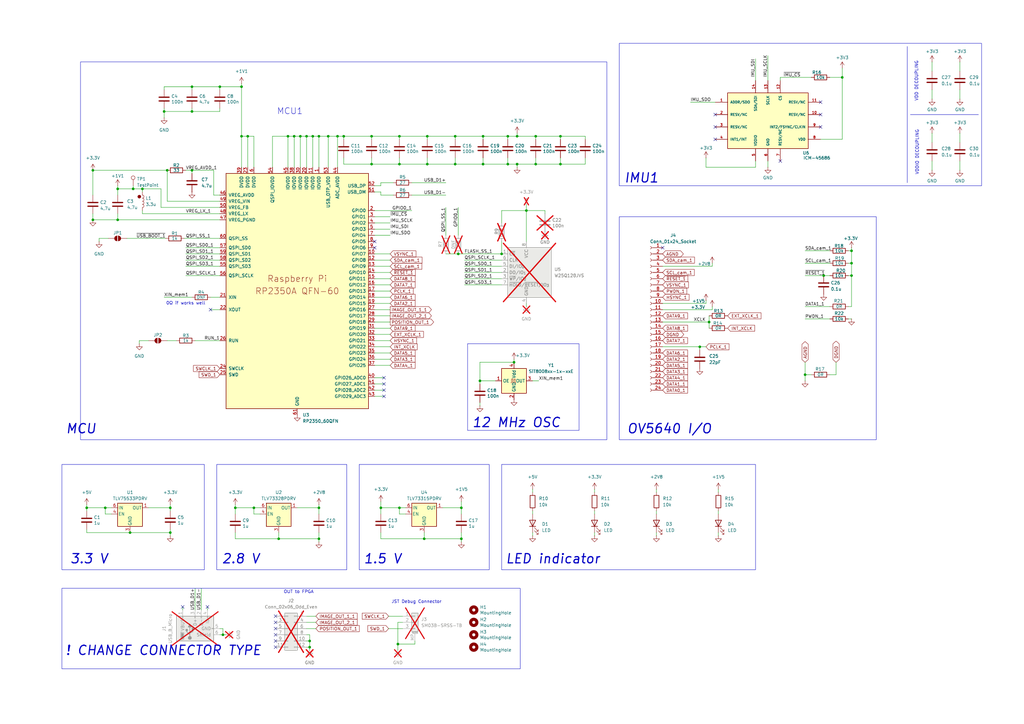
<source format=kicad_sch>
(kicad_sch (version 20250114) (generator "eeschema") (generator_version "9.0")
  (paper "A3")
  (rectangle (start 205.74 190.5) (end 309.88 233.68))
  (rectangle (start 25.4 190.5) (end 83.82 233.68))
  (rectangle (start 88.9 190.5) (end 142.24 233.68))
  (rectangle (start 254 17.78) (end 402.59 76.2))
  (rectangle (start 33.02 25.4) (end 248.92 180.34))
  (rectangle (start 254 88.9) (end 359.41 180.34))
  (rectangle (start 147.32 190.5) (end 200.66 233.68))
  (rectangle (start 25.4 241.3) (end 213.36 274.32))
  (rectangle (start 191.77 140.97) (end 237.49 176.53))
  (circle (center 57.15 80.645) (radius 0.635) (stroke (width 0) (color 132 0 0 1)) (fill (type color) (color 132 0 0 1)))
  (text "0Ω if works well" (at 76.2 124.46 0) (effects (font (size 1.27 1.27))))
  (text "IMU1" (at 263.144 73.152 0) (effects (font (size 3.81 3.81) (thickness 0.4763) (italic yes))))
  (text "3.3 V" (at 36.576 229.362 0) (effects (font (size 3.81 3.81) (thickness 0.4763) (italic yes))))
  (text "MCU" (at 33.274 176.022 0) (effects (font (size 3.81 3.81) (thickness 0.4763) (italic yes))))
  (text "MCU1" (at 113.538 47.244 0) (effects (font (size 2.54 2.54)) (justify left bottom)))
  (text "12 MHz OSC" (at 211.836 173.482 0) (effects (font (size 3.81 3.81) (thickness 0.4763) (italic yes))))
  (text "2.8 V" (at 98.806 229.362 0) (effects (font (size 3.81 3.81) (thickness 0.4763) (italic yes))))
  (text "VDD DECOUPLING" (at 375.92 33.274 90) (effects (font (size 1.27 1.27))))
  (text "LED indicator" (at 226.822 229.362 0) (effects (font (size 3.81 3.81) (thickness 0.4763) (italic yes))))
  (text "1.5 V" (at 156.972 229.362 0) (effects (font (size 3.81 3.81) (thickness 0.4763) (italic yes))))
  (text "VDDIO DECOUPLING" (at 376.174 62.484 90) (effects (font (size 1.27 1.27))))
  (text "OV5640 I/O" (at 274.574 176.022 0) (effects (font (size 3.81 3.81) (thickness 0.4763) (italic yes))))
  (text "! CHANGE CONNECTOR TYPE" (at 67.056 266.954 0) (effects (font (size 3.81 3.81) (thickness 0.4763) (italic yes))))
  (text "JST Debug Connector" (at 160.528 247.65 0) (effects (font (size 1.27 1.27)) (justify left bottom)))
  (text "OUT to FPGA" (at 116.332 243.586 0) (effects (font (size 1.27 1.27)) (justify left bottom)))
  (junction (at 152.4 67.31))
  (junction (at 58.42 77.47))
  (junction (at 54.61 77.47))
  (junction (at 229.87 67.31))
  (junction (at 175.26 67.31))
  (junction (at 330.2 153.67))
  (junction (at 130.81 208.28))
  (junction (at 99.06 35.56))
  (junction (at 78.74 35.56))
  (junction (at 128.27 55.88))
  (junction (at 99.06 55.88))
  (junction (at 337.82 113.03))
  (junction (at 118.11 55.88))
  (junction (at 127 265.43))
  (junction (at 287.02 142.24))
  (junction (at 229.87 55.88))
  (junction (at 198.12 55.88))
  (junction (at 96.52 208.28))
  (junction (at 43.18 208.28))
  (junction (at 219.71 67.31))
  (junction (at 123.19 55.88))
  (junction (at 130.81 220.98))
  (junction (at 69.85 218.44))
  (junction (at 186.69 67.31))
  (junction (at 163.83 208.28))
  (junction (at 53.34 218.44))
  (junction (at 35.56 208.28))
  (junction (at 349.25 113.03))
  (junction (at 198.12 67.31))
  (junction (at 134.62 55.88))
  (junction (at 208.28 55.88))
  (junction (at 345.44 31.75))
  (junction (at 189.23 220.98))
  (junction (at 120.65 55.88))
  (junction (at 189.23 208.28))
  (junction (at 215.9 86.36))
  (junction (at 173.99 220.98))
  (junction (at 48.26 90.17))
  (junction (at 114.3 220.98))
  (junction (at 38.1 69.85))
  (junction (at 78.74 45.72))
  (junction (at 187.96 104.14))
  (junction (at 163.83 55.88))
  (junction (at 175.26 55.88))
  (junction (at 48.26 77.47))
  (junction (at 127 262.89))
  (junction (at 290.83 132.08))
  (junction (at 349.25 102.87))
  (junction (at 163.195 264.16))
  (junction (at 205.74 104.14))
  (junction (at 91.44 260.35))
  (junction (at 210.82 148.59))
  (junction (at 196.85 156.21))
  (junction (at 138.43 55.88))
  (junction (at 349.25 107.95))
  (junction (at 90.17 35.56))
  (junction (at 208.28 67.31))
  (junction (at 130.81 55.88))
  (junction (at 38.1 90.17))
  (junction (at 67.31 45.72))
  (junction (at 152.4 55.88))
  (junction (at 125.73 55.88))
  (junction (at 101.6 55.88))
  (junction (at 186.69 55.88))
  (junction (at 212.09 55.88))
  (junction (at 140.97 55.88))
  (junction (at 78.74 69.85))
  (junction (at 156.21 208.28))
  (junction (at 68.58 69.85))
  (junction (at 104.14 208.28))
  (junction (at 163.83 67.31))
  (junction (at 69.85 208.28))
  (junction (at 219.71 55.88))
  (junction (at 212.09 67.31))
  (no_connect (at 86.36 127))
  (no_connect (at 113.03 265.43))
  (no_connect (at 157.48 154.94))
  (no_connect (at 74.93 248.92))
  (no_connect (at 153.67 101.6))
  (no_connect (at 336.55 41.91))
  (no_connect (at 113.03 257.81))
  (no_connect (at 85.09 248.92))
  (no_connect (at 336.55 46.99))
  (no_connect (at 293.37 46.99))
  (no_connect (at 320.04 66.04))
  (no_connect (at 113.03 262.89))
  (no_connect (at 157.48 160.02))
  (no_connect (at 271.78 101.6))
  (no_connect (at 293.37 52.07))
  (no_connect (at 153.67 99.06))
  (no_connect (at 157.48 162.56))
  (no_connect (at 113.03 255.27))
  (no_connect (at 336.55 52.07))
  (no_connect (at 293.37 57.15))
  (no_connect (at 113.03 260.35))
  (no_connect (at 157.48 157.48))
  (no_connect (at 113.03 252.73))
  (wire (pts (xy 87.63 80.01) (xy 90.17 80.01)))
  (wire (pts (xy 243.84 218.44) (xy 243.84 219.71)))
  (wire (pts (xy 196.85 148.59) (xy 210.82 148.59)))
  (wire (pts (xy 349.25 113.03) (xy 349.25 125.73)))
  (polyline (pts (xy 372.11 19.05) (xy 372.11 74.93)))
  (wire (pts (xy 187.96 85.09) (xy 187.96 96.52)))
  (wire (pts (xy 186.69 64.77) (xy 186.69 67.31)))
  (wire (pts (xy 229.87 55.88) (xy 240.03 55.88)))
  (wire (pts (xy 153.67 162.56) (xy 157.48 162.56)))
  (wire (pts (xy 330.2 130.81) (xy 340.36 130.81)))
  (wire (pts (xy 130.81 207.01) (xy 130.81 208.28)))
  (wire (pts (xy 340.36 113.03) (xy 337.82 113.03)))
  (wire (pts (xy 78.74 69.85) (xy 78.74 71.12)))
  (wire (pts (xy 287.02 142.24) (xy 271.78 142.24)))
  (wire (pts (xy 45.72 210.82) (xy 43.18 210.82)))
  (wire (pts (xy 190.5 106.68) (xy 205.74 106.68)))
  (wire (pts (xy 190.5 111.76) (xy 205.74 111.76)))
  (wire (pts (xy 198.12 57.15) (xy 198.12 55.88)))
  (wire (pts (xy 91.44 260.35) (xy 92.71 260.35)))
  (wire (pts (xy 152.4 67.31) (xy 140.97 67.31)))
  (wire (pts (xy 68.58 82.55) (xy 90.17 82.55)))
  (wire (pts (xy 69.85 218.44) (xy 69.85 219.71)))
  (wire (pts (xy 90.17 45.72) (xy 90.17 44.45)))
  (wire (pts (xy 53.34 218.44) (xy 69.85 218.44)))
  (wire (pts (xy 99.06 34.29) (xy 99.06 35.56)))
  (wire (pts (xy 78.74 45.72) (xy 90.17 45.72)))
  (wire (pts (xy 215.9 83.82) (xy 215.9 86.36)))
  (wire (pts (xy 67.31 121.92) (xy 78.74 121.92)))
  (wire (pts (xy 337.82 113.03) (xy 330.2 113.03)))
  (wire (pts (xy 320.04 31.75) (xy 332.74 31.75)))
  (wire (pts (xy 189.23 220.98) (xy 189.23 222.25)))
  (wire (pts (xy 196.85 156.21) (xy 196.85 157.48)))
  (wire (pts (xy 218.44 218.44) (xy 218.44 219.71)))
  (wire (pts (xy 66.04 77.47) (xy 58.42 77.47)))
  (wire (pts (xy 189.23 208.28) (xy 189.23 205.74)))
  (wire (pts (xy 125.73 252.73) (xy 129.54 252.73)))
  (wire (pts (xy 153.67 154.94) (xy 157.48 154.94)))
  (wire (pts (xy 78.74 35.56) (xy 90.17 35.56)))
  (wire (pts (xy 153.67 160.02) (xy 157.48 160.02)))
  (wire (pts (xy 67.31 44.45) (xy 67.31 45.72)))
  (wire (pts (xy 96.52 207.01) (xy 96.52 208.28)))
  (wire (pts (xy 156.21 208.28) (xy 163.83 208.28)))
  (wire (pts (xy 85.09 248.92) (xy 85.09 250.19)))
  (wire (pts (xy 243.84 200.66) (xy 243.84 201.93)))
  (wire (pts (xy 86.36 121.92) (xy 90.17 121.92)))
  (wire (pts (xy 153.67 106.68) (xy 160.02 106.68)))
  (wire (pts (xy 76.2 106.68) (xy 90.17 106.68)))
  (wire (pts (xy 173.99 218.44) (xy 173.99 220.98)))
  (wire (pts (xy 190.5 114.3) (xy 205.74 114.3)))
  (wire (pts (xy 218.44 209.55) (xy 218.44 210.82)))
  (wire (pts (xy 90.17 257.81) (xy 91.44 257.81)))
  (wire (pts (xy 153.67 132.08) (xy 160.02 132.08)))
  (wire (pts (xy 269.24 200.66) (xy 269.24 201.93)))
  (wire (pts (xy 153.67 157.48) (xy 157.48 157.48)))
  (wire (pts (xy 127 262.89) (xy 127 265.43)))
  (wire (pts (xy 153.67 86.36) (xy 168.91 86.36)))
  (wire (pts (xy 223.52 87.63) (xy 223.52 86.36)))
  (wire (pts (xy 140.97 57.15) (xy 140.97 55.88)))
  (wire (pts (xy 125.73 255.27) (xy 129.54 255.27)))
  (wire (pts (xy 205.74 91.44) (xy 205.74 86.36)))
  (wire (pts (xy 67.31 36.83) (xy 67.31 35.56)))
  (wire (pts (xy 170.18 262.89) (xy 170.18 264.16)))
  (wire (pts (xy 74.93 250.19) (xy 74.93 248.92)))
  (wire (pts (xy 342.9 148.59) (xy 342.9 153.67)))
  (wire (pts (xy 294.64 200.66) (xy 294.64 201.93)))
  (wire (pts (xy 393.7 54.61) (xy 393.7 58.42)))
  (wire (pts (xy 54.61 76.2) (xy 54.61 77.47)))
  (wire (pts (xy 271.78 132.08) (xy 290.83 132.08)))
  (wire (pts (xy 175.26 55.88) (xy 186.69 55.88)))
  (wire (pts (xy 114.3 218.44) (xy 114.3 220.98)))
  (wire (pts (xy 163.195 264.16) (xy 170.18 264.16)))
  (wire (pts (xy 186.69 67.31) (xy 198.12 67.31)))
  (wire (pts (xy 134.62 68.58) (xy 134.62 55.88)))
  (wire (pts (xy 271.78 124.46) (xy 289.56 124.46)))
  (wire (pts (xy 76.2 101.6) (xy 90.17 101.6)))
  (wire (pts (xy 159.385 257.81) (xy 165.1 257.81)))
  (wire (pts (xy 125.73 260.35) (xy 127 260.35)))
  (wire (pts (xy 330.2 153.67) (xy 332.74 153.67)))
  (wire (pts (xy 127 265.43) (xy 127 266.7)))
  (wire (pts (xy 163.195 255.27) (xy 163.195 264.16)))
  (wire (pts (xy 96.52 208.28) (xy 96.52 210.82)))
  (wire (pts (xy 90.17 97.79) (xy 75.565 97.79)))
  (wire (pts (xy 153.67 119.38) (xy 160.02 119.38)))
  (wire (pts (xy 140.97 55.88) (xy 138.43 55.88)))
  (wire (pts (xy 125.73 257.81) (xy 129.54 257.81)))
  (wire (pts (xy 314.96 66.04) (xy 314.96 68.58)))
  (wire (pts (xy 166.37 210.82) (xy 163.83 210.82)))
  (wire (pts (xy 156.21 76.2) (xy 153.67 76.2)))
  (wire (pts (xy 67.31 45.72) (xy 78.74 45.72)))
  (wire (pts (xy 219.71 55.88) (xy 229.87 55.88)))
  (wire (pts (xy 40.64 97.79) (xy 44.45 97.79)))
  (wire (pts (xy 130.81 220.98) (xy 114.3 220.98)))
  (wire (pts (xy 152.4 55.88) (xy 163.83 55.88)))
  (wire (pts (xy 289.56 64.77) (xy 289.56 68.58)))
  (wire (pts (xy 96.52 208.28) (xy 104.14 208.28)))
  (wire (pts (xy 153.67 129.54) (xy 160.02 129.54)))
  (wire (pts (xy 294.64 218.44) (xy 294.64 219.71)))
  (wire (pts (xy 38.1 87.63) (xy 38.1 90.17)))
  (wire (pts (xy 123.19 68.58) (xy 123.19 55.88)))
  (wire (pts (xy 80.01 139.7) (xy 90.17 139.7)))
  (wire (pts (xy 294.64 209.55) (xy 294.64 210.82)))
  (wire (pts (xy 114.3 220.98) (xy 96.52 220.98)))
  (wire (pts (xy 175.26 57.15) (xy 175.26 55.88)))
  (wire (pts (xy 101.6 55.88) (xy 99.06 55.88)))
  (wire (pts (xy 138.43 55.88) (xy 138.43 68.58)))
  (polyline (pts (xy 373.38 46.99) (xy 401.32 46.99)))
  (wire (pts (xy 156.21 74.93) (xy 156.21 76.2)))
  (wire (pts (xy 208.28 67.31) (xy 212.09 67.31)))
  (wire (pts (xy 198.12 64.77) (xy 198.12 67.31)))
  (wire (pts (xy 349.25 101.6) (xy 349.25 102.87)))
  (wire (pts (xy 349.25 107.95) (xy 349.25 113.03)))
  (wire (pts (xy 35.56 208.28) (xy 43.18 208.28)))
  (wire (pts (xy 35.56 218.44) (xy 53.34 218.44)))
  (wire (pts (xy 130.81 220.98) (xy 130.81 222.25)))
  (wire (pts (xy 67.31 45.72) (xy 67.31 48.26)))
  (wire (pts (xy 156.21 78.74) (xy 153.67 78.74)))
  (wire (pts (xy 60.96 139.7) (xy 57.15 139.7)))
  (wire (pts (xy 175.26 67.31) (xy 186.69 67.31)))
  (wire (pts (xy 292.1 125.73) (xy 292.1 127)))
  (wire (pts (xy 340.36 31.75) (xy 345.44 31.75)))
  (wire (pts (xy 153.67 124.46) (xy 160.02 124.46)))
  (wire (pts (xy 58.42 77.47) (xy 58.42 78.74)))
  (wire (pts (xy 340.36 107.95) (xy 330.2 107.95)))
  (wire (pts (xy 125.73 55.88) (xy 128.27 55.88)))
  (wire (pts (xy 196.85 156.21) (xy 196.85 148.59)))
  (wire (pts (xy 156.21 80.01) (xy 161.29 80.01)))
  (wire (pts (xy 223.52 86.36) (xy 215.9 86.36)))
  (wire (pts (xy 82.55 250.19) (xy 82.55 241.3)))
  (wire (pts (xy 66.04 85.09) (xy 66.04 77.47)))
  (wire (pts (xy 212.09 67.31) (xy 219.71 67.31)))
  (wire (pts (xy 269.24 218.44) (xy 269.24 219.71)))
  (wire (pts (xy 125.73 68.58) (xy 125.73 55.88)))
  (wire (pts (xy 48.26 90.17) (xy 90.17 90.17)))
  (wire (pts (xy 104.14 55.88) (xy 104.14 68.58)))
  (wire (pts (xy 219.71 67.31) (xy 229.87 67.31)))
  (wire (pts (xy 156.21 218.44) (xy 156.21 220.98)))
  (wire (pts (xy 314.96 22.86) (xy 314.96 33.02)))
  (wire (pts (xy 58.42 87.63) (xy 58.42 86.36)))
  (wire (pts (xy 186.69 55.88) (xy 198.12 55.88)))
  (wire (pts (xy 76.2 69.85) (xy 78.74 69.85)))
  (wire (pts (xy 290.83 132.08) (xy 290.83 134.62)))
  (wire (pts (xy 130.81 55.88) (xy 130.81 68.58)))
  (wire (pts (xy 90.17 36.83) (xy 90.17 35.56)))
  (wire (pts (xy 58.42 87.63) (xy 90.17 87.63)))
  (wire (pts (xy 140.97 55.88) (xy 152.4 55.88)))
  (wire (pts (xy 190.5 116.84) (xy 205.74 116.84)))
  (wire (pts (xy 153.67 134.62) (xy 160.02 134.62)))
  (wire (pts (xy 349.25 107.95) (xy 347.98 107.95)))
  (wire (pts (xy 229.87 57.15) (xy 229.87 55.88)))
  (wire (pts (xy 152.4 64.77) (xy 152.4 67.31)))
  (wire (pts (xy 330.2 148.59) (xy 330.2 153.67)))
  (wire (pts (xy 153.67 147.32) (xy 160.02 147.32)))
  (wire (pts (xy 229.87 67.31) (xy 240.03 67.31)))
  (wire (pts (xy 121.92 208.28) (xy 130.81 208.28)))
  (wire (pts (xy 48.26 80.01) (xy 48.26 77.47)))
  (wire (pts (xy 156.21 80.01) (xy 156.21 78.74)))
  (wire (pts (xy 168.91 74.93) (xy 182.88 74.93)))
  (wire (pts (xy 289.56 142.24) (xy 287.02 142.24)))
  (wire (pts (xy 208.28 55.88) (xy 208.28 57.15)))
  (wire (pts (xy 35.56 217.17) (xy 35.56 218.44)))
  (wire (pts (xy 156.21 74.93) (xy 161.29 74.93)))
  (wire (pts (xy 271.78 127) (xy 292.1 127)))
  (wire (pts (xy 104.14 208.28) (xy 106.68 208.28)))
  (wire (pts (xy 382.27 54.61) (xy 382.27 58.42)))
  (wire (pts (xy 134.62 55.88) (xy 138.43 55.88)))
  (wire (pts (xy 229.87 67.31) (xy 229.87 64.77)))
  (wire (pts (xy 243.84 209.55) (xy 243.84 210.82)))
  (wire (pts (xy 87.63 69.85) (xy 87.63 80.01)))
  (wire (pts (xy 120.65 68.58) (xy 120.65 55.88)))
  (wire (pts (xy 189.23 218.44) (xy 189.23 220.98)))
  (wire (pts (xy 330.2 153.67) (xy 330.2 156.21)))
  (wire (pts (xy 382.27 36.83) (xy 382.27 40.64)))
  (wire (pts (xy 153.67 149.86) (xy 160.02 149.86)))
  (wire (pts (xy 68.58 69.85) (xy 68.58 82.55)))
  (wire (pts (xy 165.1 255.27) (xy 163.195 255.27)))
  (wire (pts (xy 330.2 125.73) (xy 340.36 125.73)))
  (wire (pts (xy 219.71 64.77) (xy 219.71 67.31)))
  (wire (pts (xy 287.02 142.24) (xy 287.02 143.51)))
  (wire (pts (xy 163.195 264.16) (xy 163.195 266.7)))
  (wire (pts (xy 90.17 85.09) (xy 66.04 85.09)))
  (wire (pts (xy 196.85 165.1) (xy 196.85 166.37)))
  (wire (pts (xy 163.83 64.77) (xy 163.83 67.31)))
  (wire (pts (xy 99.06 55.88) (xy 99.06 68.58)))
  (wire (pts (xy 52.07 97.79) (xy 67.945 97.79)))
  (wire (pts (xy 218.44 200.66) (xy 218.44 201.93)))
  (wire (pts (xy 347.98 102.87) (xy 349.25 102.87)))
  (wire (pts (xy 38.1 90.17) (xy 48.26 90.17)))
  (wire (pts (xy 186.69 57.15) (xy 186.69 55.88)))
  (wire (pts (xy 156.21 220.98) (xy 173.99 220.98)))
  (wire (pts (xy 91.44 257.81) (xy 91.44 260.35)))
  (wire (pts (xy 345.44 57.15) (xy 345.44 31.75)))
  (wire (pts (xy 156.21 208.28) (xy 156.21 210.82)))
  (wire (pts (xy 208.28 55.88) (xy 212.09 55.88)))
  (wire (pts (xy 163.83 208.28) (xy 166.37 208.28)))
  (wire (pts (xy 127 260.35) (xy 127 262.89)))
  (wire (pts (xy 111.76 55.88) (xy 118.11 55.88)))
  (wire (pts (xy 118.11 68.58) (xy 118.11 55.88)))
  (wire (pts (xy 69.85 207.01) (xy 69.85 208.28)))
  (wire (pts (xy 181.61 208.28) (xy 189.23 208.28)))
  (wire (pts (xy 198.12 55.88) (xy 208.28 55.88)))
  (wire (pts (xy 60.96 208.28) (xy 69.85 208.28)))
  (wire (pts (xy 54.61 77.47) (xy 58.42 77.47)))
  (wire (pts (xy 153.67 93.98) (xy 160.02 93.98)))
  (wire (pts (xy 128.27 68.58) (xy 128.27 55.88)))
  (wire (pts (xy 290.83 129.54) (xy 290.83 132.08)))
  (wire (pts (xy 153.67 116.84) (xy 160.02 116.84)))
  (wire (pts (xy 212.09 67.31) (xy 212.09 68.58)))
  (wire (pts (xy 120.65 55.88) (xy 123.19 55.88)))
  (wire (pts (xy 208.28 64.77) (xy 208.28 67.31)))
  (wire (pts (xy 152.4 67.31) (xy 163.83 67.31)))
  (wire (pts (xy 78.74 36.83) (xy 78.74 35.56)))
  (wire (pts (xy 163.83 57.15) (xy 163.83 55.88)))
  (wire (pts (xy 153.67 88.9) (xy 160.02 88.9)))
  (wire (pts (xy 101.6 68.58) (xy 101.6 55.88)))
  (wire (pts (xy 76.2 104.14) (xy 90.17 104.14)))
  (wire (pts (xy 240.03 57.15) (xy 240.03 55.88)))
  (wire (pts (xy 69.85 217.17) (xy 69.85 218.44)))
  (wire (pts (xy 219.71 57.15) (xy 219.71 55.88)))
  (wire (pts (xy 96.52 218.44) (xy 96.52 220.98)))
  (wire (pts (xy 78.74 69.85) (xy 87.63 69.85)))
  (wire (pts (xy 40.64 99.06) (xy 40.64 97.79)))
  (wire (pts (xy 215.9 86.36) (xy 215.9 99.06)))
  (wire (pts (xy 168.91 80.01) (xy 182.88 80.01)))
  (wire (pts (xy 130.81 218.44) (xy 130.81 220.98)))
  (wire (pts (xy 205.74 109.22) (xy 190.5 109.22)))
  (wire (pts (xy 309.88 66.04) (xy 309.88 68.58)))
  (wire (pts (xy 76.2 109.22) (xy 90.17 109.22)))
  (wire (pts (xy 118.11 55.88) (xy 120.65 55.88)))
  (wire (pts (xy 38.1 69.85) (xy 38.1 80.01)))
  (wire (pts (xy 86.36 127) (xy 90.17 127)))
  (wire (pts (xy 218.44 156.21) (xy 220.98 156.21)))
  (wire (pts (xy 309.88 24.13) (xy 309.88 33.02)))
  (wire (pts (xy 153.67 121.92) (xy 160.02 121.92)))
  (wire (pts (xy 123.19 55.88) (xy 125.73 55.88)))
  (wire (pts (xy 153.67 139.7) (xy 160.02 139.7)))
  (wire (pts (xy 153.67 111.76) (xy 160.02 111.76)))
  (wire (pts (xy 215.9 125.73) (xy 215.9 124.46)))
  (wire (pts (xy 382.27 66.04) (xy 382.27 69.85)))
  (wire (pts (xy 347.98 125.73) (xy 349.25 125.73)))
  (wire (pts (xy 153.67 137.16) (xy 160.02 137.16)))
  (wire (pts (xy 182.88 85.09) (xy 182.88 96.52)))
  (wire (pts (xy 393.7 25.4) (xy 393.7 29.21)))
  (wire (pts (xy 153.67 127) (xy 160.02 127)))
  (wire (pts (xy 99.06 35.56) (xy 99.06 55.88)))
  (wire (pts (xy 196.85 156.21) (xy 203.2 156.21)))
  (wire (pts (xy 80.01 250.19) (xy 80.01 241.3)))
  (wire (pts (xy 140.97 64.77) (xy 140.97 67.31)))
  (wire (pts (xy 283.21 41.91) (xy 293.37 41.91)))
  (wire (pts (xy 48.26 87.63) (xy 48.26 90.17)))
  (wire (pts (xy 125.73 265.43) (xy 127 265.43)))
  (wire (pts (xy 182.88 104.14) (xy 187.96 104.14)))
  (wire (pts (xy 345.44 27.94) (xy 345.44 31.75)))
  (wire (pts (xy 156.21 205.74) (xy 156.21 208.28)))
  (wire (pts (xy 198.12 67.31) (xy 208.28 67.31)))
  (wire (pts (xy 78.74 44.45) (xy 78.74 45.72)))
  (wire (pts (xy 128.27 55.88) (xy 130.81 55.88)))
  (wire (pts (xy 289.56 123.19) (xy 289.56 124.46)))
  (wire (pts (xy 205.74 99.06) (xy 205.74 104.14)))
  (wire (pts (xy 38.1 69.85) (xy 68.58 69.85)))
  (wire (pts (xy 125.73 262.89) (xy 127 262.89)))
  (wire (pts (xy 320.04 31.75) (xy 320.04 33.02)))
  (wire (pts (xy 153.67 109.22) (xy 160.02 109.22)))
  (wire (pts (xy 68.58 139.7) (xy 72.39 139.7)))
  (wire (pts (xy 153.67 91.44) (xy 160.02 91.44)))
  (wire (pts (xy 153.67 142.24) (xy 160.02 142.24)))
  (wire (pts (xy 347.98 113.03) (xy 349.25 113.03)))
  (wire (pts (xy 90.17 35.56) (xy 99.06 35.56)))
  (wire (pts (xy 336.55 57.15) (xy 345.44 57.15)))
  (wire (pts (xy 393.7 66.04) (xy 393.7 69.85)))
  (wire (pts (xy 48.26 76.2) (xy 48.26 77.47)))
  (wire (pts (xy 48.26 77.47) (xy 54.61 77.47)))
  (wire (pts (xy 349.25 102.87) (xy 349.25 107.95)))
  (wire (pts (xy 130.81 208.28) (xy 130.81 210.82)))
  (wire (pts (xy 152.4 57.15) (xy 152.4 55.88)))
  (wire (pts (xy 271.78 109.22) (xy 292.1 109.22)))
  (wire (pts (xy 159.385 252.73) (xy 165.1 252.73)))
  (wire (pts (xy 153.67 96.52) (xy 160.02 96.52)))
  (wire (pts (xy 212.09 54.61) (xy 212.09 55.88)))
  (wire (pts (xy 130.81 55.88) (xy 134.62 55.88)))
  (wire (pts (xy 212.09 55.88) (xy 219.71 55.88)))
  (wire (pts (xy 43.18 210.82) (xy 43.18 208.28)))
  (wire (pts (xy 393.7 36.83) (xy 393.7 40.64)))
  (wire (pts (xy 45.72 208.28) (xy 43.18 208.28)))
  (wire (pts (xy 292.1 107.95) (xy 292.1 109.22)))
  (wire (pts (xy 189.23 220.98) (xy 173.99 220.98)))
  (wire (pts (xy 69.85 208.28) (xy 69.85 209.55)))
  (wire (pts (xy 67.31 35.56) (xy 78.74 35.56)))
  (wire (pts (xy 349.25 130.81) (xy 347.98 130.81)))
  (wire (pts (xy 101.6 55.88) (xy 104.14 55.88)))
  (wire (pts (xy 104.14 210.82) (xy 104.14 208.28)))
  (wire (pts (xy 153.67 104.14) (xy 160.02 104.14)))
  (wire (pts (xy 35.56 207.01) (xy 35.56 208.28)))
  (wire (pts (xy 35.56 209.55) (xy 35.56 208.28)))
  (wire (pts (xy 205.74 86.36) (xy 215.9 86.36)))
  (wire (pts (xy 240.03 64.77) (xy 240.03 67.31)))
  (wire (pts (xy 111.76 68.58) (xy 111.76 55.88)))
  (wire (pts (xy 90.17 260.35) (xy 91.44 260.35)))
  (wire (pts (xy 90.17 113.03) (xy 76.2 113.03)))
  (wire (pts (xy 163.83 210.82) (xy 163.83 208.28)))
  (wire (pts (xy 309.88 68.58) (xy 289.56 68.58)))
  (wire (pts (xy 210.82 147.32) (xy 210.82 148.59)))
  (wire (pts (xy 269.24 209.55) (xy 269.24 210.82)))
  (wire (pts (xy 382.27 25.4) (xy 382.27 29.21)))
  (wire (pts (xy 106.68 210.82) (xy 104.14 210.82)))
  (wire (pts (xy 153.67 144.78) (xy 160.02 144.78)))
  (wire (pts (xy 189.23 208.28) (xy 189.23 210.82)))
  (wire (pts (xy 163.83 67.31) (xy 175.26 67.31)))
  (wire (pts (xy 163.83 55.88) (xy 175.26 55.88)))
  (wire (pts (xy 187.96 104.14) (xy 205.74 104.14)))
  (wire (pts (xy 175.26 64.77) (xy 175.26 67.31)))
  (wire (pts (xy 153.67 114.3) (xy 160.02 114.3)))
  (wire (pts (xy 330.2 102.87) (xy 340.36 102.87)))
  (wire (pts (xy 57.15 139.7) (xy 57.15 140.97)))
  (wire (pts (xy 340.36 153.67) (xy 342.9 153.67)))
  (label "QSPI_SD3_1" (at 76.2 109.22 0))
  (label "GPIO0_1" (at 168.91 86.36 180))
  (label "RUN_1" (at 83.82 139.7 0))
  (label "USB_D1-" (at 82.55 241.3 270))
  (label "XIN_mem1" (at 67.31 121.92 0))
  (label "~{IMU_CS}" (at 160.02 88.9 0))
  (label "QSPI_SD1_1" (at 190.5 111.76 0))
  (label "IMU_SCLK" (at 314.96 31.75 90))
  (label "QSPI_SD0_1" (at 76.2 101.6 0))
  (label "QSPI_SD2_1" (at 76.2 106.68 0))
  (label "GPIO0_1" (at 187.96 85.09 270))
  (label "~{IMU_CS}" (at 321.31 31.75 0))
  (label "QSPI_SD0_1" (at 190.5 109.22 0))
  (label "QSPI_SD2_1" (at 190.5 114.3 0))
  (label "USB_D1-" (at 182.88 80.01 180))
  (label "USB_D1+" (at 182.88 74.93 180))
  (label "VREG_AVDD_1" (at 76.2 69.85 0))
  (label "IMU_SDO" (at 283.21 41.91 0))
  (label "QSPI_SCLK_1" (at 190.5 106.68 0))
  (label "DATA1_1" (at 330.2 125.73 0))
  (label "FLASH_SS_1" (at 190.5 104.14 0))
  (label "QSPI_SS_1" (at 76.2 97.79 0))
  (label "~{USB_BOOT_1}" (at 55.88 97.79 0))
  (label "PWDN_1" (at 330.2 130.81 0))
  (label "VREG_LX_1" (at 76.2 87.63 0))
  (label "IMU_SDI" (at 160.02 93.98 0))
  (label "IMU_SCLK" (at 160.02 91.44 0))
  (label "~{RESET_1}" (at 330.2 113.03 0))
  (label "QSPI_SD3_1" (at 190.5 116.84 0))
  (label "SDA_cam_1" (at 330.2 102.87 0))
  (label "QSPI_SD1_1" (at 76.2 104.14 0))
  (label "QSPI_SCLK_1" (at 76.2 113.03 0))
  (label "QSPI_SS_1" (at 182.88 85.09 270))
  (label "IMU_SDO" (at 160.02 96.52 0))
  (label "XIN_mem1" (at 220.98 156.21 0))
  (label "USB_D1+" (at 80.01 241.3 270))
  (label "XCLK" (at 284.48 132.08 0))
  (label "SCL_cam_1" (at 330.2 107.95 0))
  (label "IMU_SDI" (at 309.88 31.75 90))
  (global_label "HSYNC_1" (shape input) (at 271.78 121.92 0) (property "Intersheetrefs" "${INTERSHEET_REFS}" (effects (hide yes))))
  (global_label "AGND" (shape bidirectional) (at 271.78 104.14 0) (property "Intersheetrefs" "${INTERSHEET_REFS}" (effects (hide yes))))
  (global_label "IMAGE_OUT_2_1" (shape output) (at 160.02 129.54 0) (property "Intersheetrefs" "${INTERSHEET_REFS}" (effects (hide yes))))
  (global_label "DATA6_1" (shape input) (at 160.02 121.92 0) (property "Intersheetrefs" "${INTERSHEET_REFS}" (effects (hide yes))))
  (global_label "DATA5_1" (shape input) (at 271.78 149.86 0) (property "Intersheetrefs" "${INTERSHEET_REFS}" (effects (hide yes))))
  (global_label "DATA2_1" (shape input) (at 271.78 147.32 0) (property "Intersheetrefs" "${INTERSHEET_REFS}" (effects (hide yes))))
  (global_label "~{RESET_1}" (shape input) (at 160.02 111.76 0) (property "Intersheetrefs" "${INTERSHEET_REFS}" (effects (hide yes))))
  (global_label "SWCLK_1" (shape input) (at 159.385 252.73 180) (property "Intersheetrefs" "${INTERSHEET_REFS}" (effects (hide yes))))
  (global_label "PCLK_1" (shape input) (at 289.56 142.24 0) (property "Intersheetrefs" "${INTERSHEET_REFS}" (effects (hide yes))))
  (global_label "SWCLK_1" (shape input) (at 90.17 151.13 180) (property "Intersheetrefs" "${INTERSHEET_REFS}" (effects (hide yes))))
  (global_label "IMAGE_OUT_1_1" (shape output) (at 160.02 127 0) (property "Intersheetrefs" "${INTERSHEET_REFS}" (effects (hide yes))))
  (global_label "SDA_cam_1" (shape input) (at 271.78 106.68 0) (property "Intersheetrefs" "${INTERSHEET_REFS}" (effects (hide yes))))
  (global_label "INT_XCLK" (shape input) (at 298.45 134.62 0) (property "Intersheetrefs" "${INTERSHEET_REFS}" (effects (hide yes))))
  (global_label "DATA2_1" (shape input) (at 160.02 124.46 0) (property "Intersheetrefs" "${INTERSHEET_REFS}" (effects (hide yes))))
  (global_label "DATA9_1" (shape input) (at 271.78 129.54 0) (property "Intersheetrefs" "${INTERSHEET_REFS}" (effects (hide yes))))
  (global_label "DATA7_1" (shape input) (at 160.02 116.84 0) (property "Intersheetrefs" "${INTERSHEET_REFS}" (effects (hide yes))))
  (global_label "POSITION_OUT_1" (shape output) (at 160.02 132.08 0) (property "Intersheetrefs" "${INTERSHEET_REFS}" (effects (hide yes))))
  (global_label "DATA3_1" (shape input) (at 160.02 147.32 0) (property "Intersheetrefs" "${INTERSHEET_REFS}" (effects (hide yes))))
  (global_label "SWD_1" (shape input) (at 159.385 257.81 180) (property "Intersheetrefs" "${INTERSHEET_REFS}" (effects (hide yes))))
  (global_label "SDA_cam_1" (shape input) (at 160.02 106.68 0) (property "Intersheetrefs" "${INTERSHEET_REFS}" (effects (hide yes))))
  (global_label "IMAGE_OUT_2_1" (shape input) (at 129.54 255.27 0) (property "Intersheetrefs" "${INTERSHEET_REFS}" (effects (hide yes))))
  (global_label "DATA5_1" (shape input) (at 160.02 144.78 0) (property "Intersheetrefs" "${INTERSHEET_REFS}" (effects (hide yes))))
  (global_label "DATA9_1" (shape input) (at 160.02 134.62 0) (property "Intersheetrefs" "${INTERSHEET_REFS}" (effects (hide yes))))
  (global_label "INT_XCLK" (shape input) (at 160.02 142.24 0) (property "Intersheetrefs" "${INTERSHEET_REFS}" (effects (hide yes))))
  (global_label "DATA4_1" (shape input) (at 271.78 154.94 0) (property "Intersheetrefs" "${INTERSHEET_REFS}" (effects (hide yes))))
  (global_label "PWDN_1" (shape input) (at 271.78 119.38 0) (property "Intersheetrefs" "${INTERSHEET_REFS}" (effects (hide yes))))
  (global_label "VSYNC_1" (shape input) (at 160.02 104.14 0) (property "Intersheetrefs" "${INTERSHEET_REFS}" (effects (hide yes))))
  (global_label "DATA7_1" (shape input) (at 271.78 139.7 0) (property "Intersheetrefs" "${INTERSHEET_REFS}" (effects (hide yes))))
  (global_label "SCL_cam_1" (shape input) (at 271.78 111.76 0) (property "Intersheetrefs" "${INTERSHEET_REFS}" (effects (hide yes))))
  (global_label "POSITION_OUT_1" (shape input) (at 129.54 257.81 0) (property "Intersheetrefs" "${INTERSHEET_REFS}" (effects (hide yes))))
  (global_label "~{RESET_1}" (shape input) (at 271.78 114.3 0) (property "Intersheetrefs" "${INTERSHEET_REFS}" (effects (hide yes))))
  (global_label "DATA6_1" (shape input) (at 271.78 144.78 0) (property "Intersheetrefs" "${INTERSHEET_REFS}" (effects (hide yes))))
  (global_label "DATA4_1" (shape input) (at 160.02 149.86 0) (property "Intersheetrefs" "${INTERSHEET_REFS}" (effects (hide yes))))
  (global_label "SWD_1" (shape input) (at 90.17 153.67 180) (property "Intersheetrefs" "${INTERSHEET_REFS}" (effects (hide yes))))
  (global_label "EXT_XCLK_1" (shape input) (at 160.02 137.16 0) (property "Intersheetrefs" "${INTERSHEET_REFS}" (effects (hide yes))))
  (global_label "AGND" (shape bidirectional) (at 330.2 148.59 90) (property "Intersheetrefs" "${INTERSHEET_REFS}" (effects (hide yes))))
  (global_label "PCLK_1" (shape input) (at 160.02 119.38 0) (property "Intersheetrefs" "${INTERSHEET_REFS}" (effects (hide yes))))
  (global_label "DATA8_1" (shape input) (at 271.78 134.62 0) (property "Intersheetrefs" "${INTERSHEET_REFS}" (effects (hide yes))))
  (global_label "VSYNC_1" (shape input) (at 271.78 116.84 0) (property "Intersheetrefs" "${INTERSHEET_REFS}" (effects (hide yes))))
  (global_label "SCL_cam_1" (shape input) (at 160.02 109.22 0) (property "Intersheetrefs" "${INTERSHEET_REFS}" (effects (hide yes))))
  (global_label "DGND" (shape bidirectional) (at 342.9 148.59 90) (property "Intersheetrefs" "${INTERSHEET_REFS}" (effects (hide yes))))
  (global_label "IMAGE_OUT_1_1" (shape input) (at 129.54 252.73 0) (property "Intersheetrefs" "${INTERSHEET_REFS}" (effects (hide yes))))
  (global_label "DATA0_1" (shape input) (at 271.78 160.02 0) (property "Intersheetrefs" "${INTERSHEET_REFS}" (effects (hide yes))))
  (global_label "DATA1_1" (shape input) (at 271.78 157.48 0) (property "Intersheetrefs" "${INTERSHEET_REFS}" (effects (hide yes))))
  (global_label "EXT_XCLK_1" (shape input) (at 298.45 129.54 0) (property "Intersheetrefs" "${INTERSHEET_REFS}" (effects (hide yes))))
  (global_label "DATA3_1" (shape input) (at 271.78 152.4 0) (property "Intersheetrefs" "${INTERSHEET_REFS}" (effects (hide yes))))
  (global_label "HSYNC_1" (shape input) (at 160.02 139.7 0) (property "Intersheetrefs" "${INTERSHEET_REFS}" (effects (hide yes))))
  (global_label "DATA8_1" (shape input) (at 160.02 114.3 0) (property "Intersheetrefs" "${INTERSHEET_REFS}" (effects (hide yes))))
  (global_label "DGND" (shape bidirectional) (at 271.78 137.16 0) (property "Intersheetrefs" "${INTERSHEET_REFS}" (effects (hide yes))))
  (symbol (lib_id "Device:R") (at 205.74 95.25 0) (unit 1) (on_board no) (dnp yes)
    (property "Reference" "R9" (at 203.708 96.266 90) (effects (justify left)))
    (property "Value" "DNF" (at 205.74 97.282 90) (effects (justify left)))
    (property "Footprint" "Resistor_SMD:R_0603_1608Metric_Pad0.98x0.95mm_HandSolder" (effects (hide yes)))
  )
  (symbol (lib_id "Device:C") (at 223.52 91.44 0) (unit 1) (on_board no) (dnp yes)
    (property "Reference" "C22" (at 226.441 90.2716 0) (effects (justify left)))
    (property "Value" "100n" (at 226.441 92.583 0) (effects (justify left)))
    (property "Footprint" "Capacitor_SMD:C_0603_1608Metric_Pad1.08x0.95mm_HandSolder" (effects (hide yes)))
  )
  (symbol (lib_id "Device:R") (at 165.1 74.93 270) (unit 1)
    (property "Reference" "R5" (at 165.1 72.644 90))
    (property "Value" "27" (at 165.1 74.93 90))
    (property "Footprint" "Resistor_SMD:R_0603_1608Metric_Pad0.98x0.95mm_HandSolder" (effects (hide yes)))
  )
  (symbol (lib_id "Device:R") (at 165.1 80.01 270) (unit 1)
    (property "Reference" "R6" (at 165.1 77.978 90))
    (property "Value" "27" (at 165.1 80.01 90))
    (property "Footprint" "Resistor_SMD:R_0603_1608Metric_Pad0.98x0.95mm_HandSolder" (effects (hide yes)))
  )
  (symbol (lib_id "Device:C") (at 140.97 60.96 0) (unit 1)
    (property "Reference" "C11" (at 143.891 59.7916 0) (effects (justify left)))
    (property "Value" "100n" (at 143.891 62.103 0) (effects (justify left)))
    (property "Footprint" "Capacitor_SMD:C_0603_1608Metric_Pad1.08x0.95mm_HandSolder" (effects (hide yes)))
  )
  (symbol (lib_id "Device:C") (at 152.4 60.96 0) (unit 1)
    (property "Reference" "C12" (at 155.321 59.7916 0) (effects (justify left)))
    (property "Value" "100n" (at 155.321 62.103 0) (effects (justify left)))
    (property "Footprint" "Capacitor_SMD:C_0603_1608Metric_Pad1.08x0.95mm_HandSolder" (effects (hide yes)))
  )
  (symbol (lib_id "Device:C") (at 163.83 60.96 0) (unit 1)
    (property "Reference" "C14" (at 166.751 59.7916 0) (effects (justify left)))
    (property "Value" "100n" (at 166.751 62.103 0) (effects (justify left)))
    (property "Footprint" "Capacitor_SMD:C_0603_1608Metric_Pad1.08x0.95mm_HandSolder" (effects (hide yes)))
  )
  (symbol (lib_id "Device:C") (at 175.26 60.96 0) (unit 1)
    (property "Reference" "C15" (at 178.181 59.7916 0) (effects (justify left)))
    (property "Value" "100n" (at 178.181 62.103 0) (effects (justify left)))
    (property "Footprint" "Capacitor_SMD:C_0603_1608Metric_Pad1.08x0.95mm_HandSolder" (effects (hide yes)))
  )
  (symbol (lib_id "Device:C") (at 186.69 60.96 0) (unit 1)
    (property "Reference" "C16" (at 189.611 59.7916 0) (effects (justify left)))
    (property "Value" "100n" (at 189.611 62.103 0) (effects (justify left)))
    (property "Footprint" "Capacitor_SMD:C_0603_1608Metric_Pad1.08x0.95mm_HandSolder" (effects (hide yes)))
  )
  (symbol (lib_name "MountingHole_1") (lib_id "Mechanical:MountingHole") (at 194.31 250.19 0) (unit 1)
    (property "Reference" "H1" (at 196.85 249.0216 0) (effects (justify left)))
    (property "Value" "MountingHole" (at 196.85 251.333 0) (effects (justify left)))
    (property "Footprint" "MountingHole:MountingHole_2.7mm_M2.5" (effects (hide yes)))
  )
  (symbol (lib_name "MountingHole_3") (lib_id "Mechanical:MountingHole") (at 194.31 255.27 0) (unit 1)
    (property "Reference" "H2" (at 196.85 254.1016 0) (effects (justify left)))
    (property "Value" "MountingHole" (at 196.85 256.413 0) (effects (justify left)))
    (property "Footprint" "MountingHole:MountingHole_2.7mm_M2.5" (effects (hide yes)))
  )
  (symbol (lib_name "MountingHole_2") (lib_id "Mechanical:MountingHole") (at 194.31 260.35 0) (unit 1)
    (property "Reference" "H3" (at 196.85 259.1816 0) (effects (justify left)))
    (property "Value" "MountingHole" (at 196.85 261.493 0) (effects (justify left)))
    (property "Footprint" "MountingHole:MountingHole_2.7mm_M2.5" (effects (hide yes)))
  )
  (symbol (lib_id "Mechanical:MountingHole") (at 194.31 265.43 0) (unit 1)
    (property "Reference" "H4" (at 196.85 264.2616 0) (effects (justify left)))
    (property "Value" "MountingHole" (at 196.85 266.573 0) (effects (justify left)))
    (property "Footprint" "MountingHole:MountingHole_2.7mm_M2.5" (effects (hide yes)))
  )
  (symbol (lib_id "Device:C") (at 35.56 213.36 0) (unit 1)
    (property "Reference" "C1" (at 38.481 212.1916 0) (effects (justify left)))
    (property "Value" "1u" (at 38.481 214.503 0) (effects (justify left)))
    (property "Footprint" "Capacitor_SMD:C_0603_1608Metric_Pad1.08x0.95mm_HandSolder" (effects (hide yes)))
  )
  (symbol (lib_id "Device:C") (at 69.85 213.36 0) (unit 1)
    (property "Reference" "C5" (at 72.771 212.1916 0) (effects (justify left)))
    (property "Value" "1u" (at 72.771 214.503 0) (effects (justify left)))
    (property "Footprint" "Capacitor_SMD:C_0603_1608Metric_Pad1.08x0.95mm_HandSolder" (effects (hide yes)))
  )
  (symbol (lib_id "power:+3V3") (at 382.27 54.61 0) (unit 1)
    (property "Reference" "#PWR051" (effects (hide yes)))
    (property "Value" "+3V3" (at 382.27 50.292 0))
    (property "Description" "Power symbol creates a global label with name \"+3V3\"" (effects (hide yes)))
  )
  (symbol (lib_id "Device:C") (at 382.27 62.23 0) (unit 1)
    (property "Reference" "C28" (at 386.08 60.9599 0) (effects (justify left)))
    (property "Value" "0.1u" (at 386.08 63.4999 0) (effects (justify left)))
    (property "Footprint" "Capacitor_SMD:C_0402_1005Metric_Pad0.74x0.62mm_HandSolder" (effects (hide yes)))
    (property "Description" "Unpolarized capacitor" (effects (hide yes)))
  )
  (symbol (lib_id "power:GND") (at 130.81 222.25 0) (unit 1)
    (property "Reference" "#PWR017" (effects (hide yes)))
    (property "Value" "GND" (effects (hide yes)))
    (property "Description" "Power symbol creates a global label with name \"GND\" , ground" (effects (hide yes)))
  )
  (symbol (lib_id "power:+2V8") (at 130.81 207.01 0) (unit 1)
    (property "Reference" "#PWR016" (effects (hide yes)))
    (property "Value" "+2V8" (at 130.81 201.93 0))
    (property "Description" "Power symbol creates a global label with name \"+2V8\"" (effects (hide yes)))
  )
  (symbol (lib_id "Device:R") (at 187.96 100.33 180) (unit 1) (on_board no) (dnp yes)
    (property "Reference" "R8" (at 187.96 98.552 90) (effects (justify left)))
    (property "Value" "DNF" (at 185.928 98.298 90) (effects (justify left)))
    (property "Footprint" "Resistor_SMD:R_0603_1608Metric_Pad0.98x0.95mm_HandSolder" (effects (hide yes)))
  )
  (symbol (lib_id "Device:C") (at 90.17 40.64 0) (unit 1)
    (property "Reference" "C8" (at 93.091 39.4716 0) (effects (justify left)))
    (property "Value" "100n" (at 93.091 41.783 0) (effects (justify left)))
    (property "Footprint" "Capacitor_SMD:C_0603_1608Metric_Pad1.08x0.95mm_HandSolder" (effects (hide yes)))
  )
  (symbol (lib_id "power:GND") (at 382.27 69.85 0) (unit 1)
    (property "Reference" "#PWR052" (effects (hide yes)))
    (property "Value" "GND" (at 382.27 74.168 0))
    (property "Description" "Power symbol creates a global label with name \"GND\" , ground" (effects (hide yes)))
  )
  (symbol (lib_id "Regulator_Linear:TLV75533PDRV") (at 114.3 210.82 0) (unit 1)
    (property "Reference" "U2" (at 114.3 201.93 0))
    (property "Value" "TLV73328PDRV" (at 114.3 204.47 0))
    (property "Footprint" "Package_SON:WSON-6-1EP_2x2mm_P0.65mm_EP1x1.6mm" (effects (hide yes)))
    (property "Datasheet" "http://www.ti.com/lit/ds/symlink/tlv755p.pdf" (effects (hide yes)))
    (property "Description" "500mA Low Dropout Voltage Regulator, Fixed Output 3.3V, WSON6" (effects (hide yes)))
  )
  (symbol (lib_id "Device:R") (at 76.2 139.7 270) (unit 1)
    (property "Reference" "R3" (at 76.2 137.668 90))
    (property "Value" "1k" (at 76.2 139.7 90))
    (property "Footprint" "Resistor_SMD:R_0603_1608Metric_Pad0.98x0.95mm_HandSolder" (effects (hide yes)))
  )
  (symbol (lib_id "power:+5V") (at 218.44 200.66 0) (unit 1)
    (property "Reference" "#PWR029" (effects (hide yes)))
    (property "Value" "+5V" (at 218.44 195.58 0))
    (property "Description" "Power symbol creates a global label with name \"+5V\"" (effects (hide yes)))
  )
  (symbol (lib_id "power:+3V3") (at 345.44 27.94 0) (unit 1)
    (property "Reference" "#PWR046" (effects (hide yes)))
    (property "Value" "+3V3" (at 345.44 23.622 0))
    (property "Description" "Power symbol creates a global label with name \"+3V3\"" (effects (hide yes)))
  )
  (symbol (lib_id "power:+3V3") (at 393.7 25.4 0) (unit 1)
    (property "Reference" "#PWR053" (effects (hide yes)))
    (property "Value" "+3V3" (at 393.7 21.082 0))
    (property "Description" "Power symbol creates a global label with name \"+3V3\"" (effects (hide yes)))
  )
  (symbol (lib_name "GND_6") (lib_id "power:GND") (at 67.31 48.26 0) (unit 1)
    (property "Reference" "#PWR07" (effects (hide yes)))
    (property "Value" "GND" (at 67.31 53.34 0))
    (property "Description" "Power symbol creates a global label with name \"GND\" , ground" (effects (hide yes)))
  )
  (symbol (lib_id "MCU_RaspberryPi_RP2350:RP2350_60QFN") (at 121.92 119.38 0) (unit 1)
    (property "Reference" "U3" (at 124.1141 170.18 0) (effects (justify left)))
    (property "Value" "RP2350_60QFN" (at 124.1141 172.72 0) (effects (justify left)))
    (property "Footprint" "projLib:RP2350-QFN-60-1EP_7x7_P0.4mm_EP3.4x3.4mm_ThermalVias" (effects (hide yes)))
  )
  (symbol (lib_id "power:+3V3") (at 382.27 25.4 0) (unit 1)
    (property "Reference" "#PWR049" (effects (hide yes)))
    (property "Value" "+3V3" (at 382.27 21.082 0))
    (property "Description" "Power symbol creates a global label with name \"+3V3\"" (effects (hide yes)))
  )
  (symbol (lib_id "Device:C") (at 198.12 60.96 0) (unit 1)
    (property "Reference" "C19" (at 201.041 59.7916 0) (effects (justify left)))
    (property "Value" "100n" (at 201.041 62.103 0) (effects (justify left)))
    (property "Footprint" "Capacitor_SMD:C_0603_1608Metric_Pad1.08x0.95mm_HandSolder" (effects (hide yes)))
  )
  (symbol (lib_id "power:+3V3") (at 393.7 54.61 0) (unit 1)
    (property "Reference" "#PWR055" (effects (hide yes)))
    (property "Value" "+3V3" (at 393.7 50.292 0))
    (property "Description" "Power symbol creates a global label with name \"+3V3\"" (effects (hide yes)))
  )
  (symbol (lib_id "Device:LED") (at 269.24 214.63 90) (unit 1)
    (property "Reference" "D3" (at 273.05 214.9474 90) (effects (justify right)))
    (property "Value" "LED" (at 273.05 217.4874 90) (effects (justify right)))
    (property "Footprint" "Diode_SMD:D_0603_1608Metric" (effects (hide yes)))
    (property "Description" "Light emitting diode" (effects (hide yes)))
    (property "Sim.Pins" "1=K 2=A" (effects (hide yes)))
  )
  (symbol (lib_id "Device:C") (at 229.87 60.96 0) (unit 1)
    (property "Reference" "C23" (at 232.791 59.7916 0) (effects (justify left)))
    (property "Value" "100n" (at 232.791 62.103 0) (effects (justify left)))
    (property "Footprint" "Capacitor_SMD:C_0603_1608Metric_Pad1.08x0.95mm_HandSolder" (effects (hide yes)))
  )
  (symbol (lib_id "power:+3.3V") (at 212.09 54.61 0) (unit 1)
    (property "Reference" "#PWR025" (effects (hide yes)))
    (property "Value" "+3.3V" (at 212.09 49.53 0))
    (property "Description" "Power symbol creates a global label with name \"+3.3V\"" (effects (hide yes)))
  )
  (symbol (lib_name "GND_7") (lib_id "power:GND") (at 210.82 163.83 0) (unit 1)
    (property "Reference" "#PWR024" (effects (hide yes)))
    (property "Value" "GND" (effects (hide yes)))
    (property "Description" "Power symbol creates a global label with name \"GND\" , ground" (effects (hide yes)))
  )
  (symbol (lib_id "Device:R") (at 82.55 121.92 270) (unit 1)
    (property "Reference" "R4" (at 82.55 119.888 90))
    (property "Value" "DNF" (at 82.55 121.92 90))
    (property "Footprint" "Resistor_SMD:R_0603_1608Metric_Pad0.98x0.95mm_HandSolder" (effects (hide yes)))
  )
  (symbol (lib_name "GND_8") (lib_id "power:GND") (at 215.9 125.73 0) (unit 1) (on_board no) (dnp yes)
    (property "Reference" "#PWR028" (effects (hide yes)))
    (property "Value" "GND" (at 215.9 130.81 0))
    (property "Description" "Power symbol creates a global label with name \"GND\" , ground" (effects (hide yes)))
  )
  (symbol (lib_id "power:+2V8") (at 269.24 200.66 0) (unit 1)
    (property "Reference" "#PWR034" (effects (hide yes)))
    (property "Value" "+2V8" (at 269.24 195.58 0))
    (property "Description" "Power symbol creates a global label with name \"+2V8\"" (effects (hide yes)))
  )
  (symbol (lib_id "Device:R") (at 71.755 97.79 270) (unit 1)
    (property "Reference" "R1" (at 71.628 95.758 90))
    (property "Value" "1k" (at 71.628 97.79 90))
    (property "Footprint" "Resistor_SMD:R_0603_1608Metric_Pad0.98x0.95mm_HandSolder" (effects (hide yes)))
  )
  (symbol (lib_name "GND_10") (lib_id "power:GND") (at 337.82 120.65 0) (unit 1)
    (property "Reference" "#PWR045" (effects (hide yes)))
    (property "Value" "GND" (effects (hide yes)))
    (property "Description" "Power symbol creates a global label with name \"GND\" , ground" (effects (hide yes)))
  )
  (symbol (lib_name "GND_8") (lib_id "power:GND") (at 212.09 68.58 0) (unit 1)
    (property "Reference" "#PWR026" (effects (hide yes)))
    (property "Value" "GND" (effects (hide yes)))
    (property "Description" "Power symbol creates a global label with name \"GND\" , ground" (effects (hide yes)))
  )
  (symbol (lib_name "GND_9") (lib_id "power:GND") (at 330.2 156.21 0) (unit 1)
    (property "Reference" "#PWR044" (effects (hide yes)))
    (property "Value" "GND" (effects (hide yes)))
    (property "Description" "Power symbol creates a global label with name \"GND\" , ground" (effects (hide yes)))
  )
  (symbol (lib_id "Device:C") (at 337.82 116.84 0) (unit 1)
    (property "Reference" "C26" (at 340.741 116.0053 0) (effects (justify left)))
    (property "Value" "0.1u" (at 340.741 118.5422 0) (effects (justify left)))
    (property "Footprint" "Capacitor_SMD:C_0603_1608Metric_Pad1.08x0.95mm_HandSolder" (effects (hide yes)))
  )
  (symbol (lib_id "Device:R") (at 72.39 69.85 90) (unit 1)
    (property "Reference" "R2" (at 73.66 67.818 90) (effects (justify left)))
    (property "Value" "33" (at 73.66 69.85 90) (effects (justify left)))
    (property "Footprint" "Resistor_SMD:R_0603_1608Metric_Pad0.98x0.95mm_HandSolder" (effects (hide yes)))
  )
  (symbol (lib_id "Connector:TestPoint") (at 54.61 76.2 0) (unit 1)
    (property "Reference" "TP1" (at 56.134 73.406 0) (effects (justify left)))
    (property "Value" "TestPoint" (at 56.134 75.946 0) (effects (justify left)))
    (property "Footprint" "TestPoint:TestPoint_Pad_D1.0mm" (effects (hide yes)))
    (property "Description" "test point" (effects (hide yes)))
  )
  (symbol (lib_id "Device:R") (at 344.17 107.95 270) (unit 1)
    (property "Reference" "R19" (at 342.392 105.918 90) (effects (justify left)))
    (property "Value" "10k" (at 342.392 107.95 90) (effects (justify left)))
    (property "Footprint" "Resistor_SMD:R_0603_1608Metric_Pad0.98x0.95mm_HandSolder" (effects (hide yes)))
    (property "Description" "Resistor" (effects (hide yes)))
  )
  (symbol (lib_id "Device:C") (at 382.27 33.02 0) (unit 1)
    (property "Reference" "C27" (at 386.08 31.7499 0) (effects (justify left)))
    (property "Value" "0.1u" (at 386.08 34.2899 0) (effects (justify left)))
    (property "Footprint" "Capacitor_SMD:C_0402_1005Metric_Pad0.74x0.62mm_HandSolder" (effects (hide yes)))
    (property "Description" "Unpolarized capacitor" (effects (hide yes)))
  )
  (symbol (lib_id "Device:C") (at 38.1 83.82 0) (unit 1)
    (property "Reference" "C2" (at 41.021 82.9853 0) (effects (justify left)))
    (property "Value" "4.7u" (at 41.021 85.5222 0) (effects (justify left)))
    (property "Footprint" "Capacitor_SMD:C_0603_1608Metric_Pad1.08x0.95mm_HandSolder" (effects (hide yes)))
  )
  (symbol (lib_id "power:GND") (at 314.96 68.58 0) (unit 1)
    (property "Reference" "#PWR043" (effects (hide yes)))
    (property "Value" "GND" (at 314.96 72.898 0))
    (property "Description" "Power symbol creates a global label with name \"GND\" , ground" (effects (hide yes)))
  )
  (symbol (lib_name "GND_7") (lib_id "power:GND") (at 127 266.7 0) (unit 1) (on_board no) (dnp yes)
    (property "Reference" "#PWR015" (effects (hide yes)))
    (property "Value" "GND" (at 127 271.78 0))
    (property "Description" "Power symbol creates a global label with name \"GND\" , ground" (effects (hide yes)))
  )
  (symbol (lib_id "Regulator_Linear:TLV75533PDRV") (at 173.99 210.82 0) (unit 1)
    (property "Reference" "U4" (at 173.99 201.93 0))
    (property "Value" "TLV73315PDRV" (at 173.99 204.47 0))
    (property "Footprint" "Package_SON:WSON-6-1EP_2x2mm_P0.65mm_EP1x1.6mm" (effects (hide yes)))
    (property "Datasheet" "http://www.ti.com/lit/ds/symlink/tlv755p.pdf" (effects (hide yes)))
    (property "Description" "500mA Low Dropout Voltage Regulator, Fixed Output 3.3V, WSON6" (effects (hide yes)))
  )
  (symbol (lib_id "power:+3.3V") (at 243.84 200.66 0) (unit 1)
    (property "Reference" "#PWR032" (effects (hide yes)))
    (property "Value" "+3.3V" (at 243.84 195.58 0))
    (property "Description" "Power symbol creates a global label with name \"+3.3V\"" (effects (hide yes)))
  )
  (symbol (lib_id "Device:C") (at 287.02 147.32 0) (unit 1)
    (property "Reference" "C25" (at 290.83 146.0499 0) (effects (justify left)))
    (property "Value" "22pF" (at 290.83 148.5899 0) (effects (justify left)))
    (property "Footprint" "Capacitor_SMD:C_0603_1608Metric_Pad1.08x0.95mm_HandSolder" (effects (hide yes)))
    (property "Description" "Unpolarized capacitor" (effects (hide yes)))
  )
  (symbol (lib_id "Device:C") (at 130.81 214.63 0) (unit 1)
    (property "Reference" "C10" (at 133.731 213.4616 0) (effects (justify left)))
    (property "Value" "1u" (at 133.731 215.773 0) (effects (justify left)))
    (property "Footprint" "Capacitor_SMD:C_0603_1608Metric_Pad1.08x0.95mm_HandSolder" (effects (hide yes)))
  )
  (symbol (lib_id "Device:C") (at 48.26 83.82 0) (unit 1)
    (property "Reference" "C3" (at 52.07 82.55 0) (effects (justify left)))
    (property "Value" "4.7u" (at 52.07 85.09 0) (effects (justify left)))
    (property "Footprint" "Capacitor_SMD:C_0603_1608Metric_Pad1.08x0.95mm_HandSolder" (effects (hide yes)))
  )
  (symbol (lib_id "Connector_Generic:Conn_02x06_Odd_Even") (at 118.11 257.81 0) (unit 1) (on_board no) (dnp yes)
    (property "Reference" "J2" (at 119.38 246.38 0))
    (property "Value" "Conn_02x06_Odd_Even" (at 119.38 248.92 0))
    (property "Footprint" "Connector_PinHeader_2.54mm:PinHeader_2x06_P2.54mm_Vertical" (effects (hide yes)))
    (property "Description" "Generic connector, double row, 02x06, odd/even pin numbering scheme (row 1 odd numbers, row 2 even numbers), script generated (kicad-library-utils/schlib/autogen/connector/)" (effects (hide yes)))
  )
  (symbol (lib_id "power:GND") (at 382.27 40.64 0) (unit 1)
    (property "Reference" "#PWR050" (effects (hide yes)))
    (property "Value" "GND" (at 382.27 44.958 0))
    (property "Description" "Power symbol creates a global label with name \"GND\" , ground" (effects (hide yes)))
  )
  (symbol (lib_id "Device:R") (at 344.17 102.87 270) (unit 1)
    (property "Reference" "R18" (at 342.138 100.838 90) (effects (justify left)))
    (property "Value" "10k" (at 342.392 102.87 90) (effects (justify left)))
    (property "Footprint" "Resistor_SMD:R_0603_1608Metric_Pad0.98x0.95mm_HandSolder" (effects (hide yes)))
    (property "Description" "Resistor" (effects (hide yes)))
  )
  (symbol (lib_id "power:+3.3V") (at 215.9 83.82 0) (unit 1) (on_board no) (dnp yes)
    (property "Reference" "#PWR027" (effects (hide yes)))
    (property "Value" "+3.3V" (at 215.9 78.74 0))
    (property "Description" "Power symbol creates a global label with name \"+3.3V\"" (effects (hide yes)))
  )
  (symbol (lib_name "GND_8") (lib_id "power:GND") (at 92.71 260.35 90) (unit 1) (on_board no) (dnp yes)
    (property "Reference" "#PWR011" (effects (hide yes)))
    (property "Value" "GND" (at 97.79 260.35 0))
    (property "Description" "Power symbol creates a global label with name \"GND\" , ground" (effects (hide yes)))
  )
  (symbol (lib_id "power:+3.3V") (at 69.85 207.01 0) (unit 1)
    (property "Reference" "#PWR08" (effects (hide yes)))
    (property "Value" "+3.3V" (at 69.85 201.93 0))
    (property "Description" "Power symbol creates a global label with name \"+3.3V\"" (effects (hide yes)))
  )
  (symbol (lib_id "Device:R") (at 344.17 113.03 270) (unit 1)
    (property "Reference" "R20" (at 342.9 110.998 90) (effects (justify left)))
    (property "Value" "10k" (at 342.392 113.03 90) (effects (justify left)))
    (property "Footprint" "Resistor_SMD:R_0603_1608Metric_Pad0.98x0.95mm_HandSolder" (effects (hide yes)))
    (property "Description" "Resistor" (effects (hide yes)))
  )
  (symbol (lib_id "power:GND") (at 243.84 219.71 0) (unit 1)
    (property "Reference" "#PWR033" (effects (hide yes)))
    (property "Value" "GND" (effects (hide yes)))
    (property "Description" "Power symbol creates a global label with name \"GND\" , ground" (effects (hide yes)))
  )
  (symbol (lib_id "power:GND") (at 163.195 266.7 0) (unit 1) (on_board no) (dnp yes)
    (property "Reference" "#PWR019" (effects (hide yes)))
    (property "Value" "GND" (at 163.195 271.78 0))
    (property "Description" "Power symbol creates a global label with name \"GND\" , ground" (effects (hide yes)))
  )
  (symbol (lib_id "Device:C") (at 78.74 74.93 0) (unit 1)
    (property "Reference" "C7" (at 82.55 73.66 0) (effects (justify left)))
    (property "Value" "4.7u" (at 82.55 76.2 0) (effects (justify left)))
    (property "Footprint" "Capacitor_SMD:C_0603_1608Metric_Pad1.08x0.95mm_HandSolder" (effects (hide yes)))
  )
  (symbol (lib_id "power:+3.3V") (at 156.21 205.74 0) (unit 1)
    (property "Reference" "#PWR018" (effects (hide yes)))
    (property "Value" "+3.3V" (at 156.21 200.66 0))
    (property "Description" "Power symbol creates a global label with name \"+3.3V\"" (effects (hide yes)))
  )
  (symbol (lib_id "Device:R") (at 182.88 100.33 180) (unit 1) (on_board no) (dnp yes)
    (property "Reference" "R7" (at 180.594 98.806 90) (effects (justify left)))
    (property "Value" "0" (at 182.88 99.568 90) (effects (justify left)))
    (property "Footprint" "Resistor_SMD:R_0603_1608Metric_Pad0.98x0.95mm_HandSolder" (effects (hide yes)))
  )
  (symbol (lib_id "power:GND") (at 218.44 219.71 0) (unit 1)
    (property "Reference" "#PWR030" (effects (hide yes)))
    (property "Value" "GND" (effects (hide yes)))
    (property "Description" "Power symbol creates a global label with name \"GND\" , ground" (effects (hide yes)))
  )
  (symbol (lib_id "Device:R") (at 243.84 205.74 0) (unit 1)
    (property "Reference" "R11" (at 246.38 204.4699 0) (effects (justify left)))
    (property "Value" "10k" (at 246.38 207.0099 0) (effects (justify left)))
    (property "Footprint" "Resistor_SMD:R_0603_1608Metric_Pad0.98x0.95mm_HandSolder" (effects (hide yes)))
    (property "Description" "Resistor" (effects (hide yes)))
  )
  (symbol (lib_id "power:+3.3V") (at 210.82 147.32 0) (unit 1)
    (property "Reference" "#PWR023" (effects (hide yes)))
    (property "Value" "+3.3V" (at 214.376 145.796 0))
    (property "Description" "Power symbol creates a global label with name \"+3.3V\"" (effects (hide yes)))
  )
  (symbol (lib_id "Regulator_Linear:TLV75533PDRV") (at 53.34 210.82 0) (unit 1)
    (property "Reference" "U1" (at 53.34 201.93 0))
    (property "Value" "TLV75533PDRV" (at 53.34 204.47 0))
    (property "Footprint" "Package_SON:WSON-6-1EP_2x2mm_P0.65mm_EP1x1.6mm" (effects (hide yes)))
    (property "Datasheet" "http://www.ti.com/lit/ds/symlink/tlv755p.pdf" (effects (hide yes)))
    (property "Description" "500mA Low Dropout Voltage Regulator, Fixed Output 3.3V, WSON6" (effects (hide yes)))
  )
  (symbol (lib_id "power:+1V5") (at 294.64 200.66 0) (unit 1)
    (property "Reference" "#PWR041" (effects (hide yes)))
    (property "Value" "+1V5" (at 294.64 195.58 0))
    (property "Description" "Power symbol creates a global label with name \"+1V5\"" (effects (hide yes)))
  )
  (symbol (lib_name "GND_10") (lib_id "power:GND") (at 349.25 130.81 0) (unit 1)
    (property "Reference" "#PWR048" (effects (hide yes)))
    (property "Value" "GND" (effects (hide yes)))
    (property "Description" "Power symbol creates a global label with name \"GND\" , ground" (effects (hide yes)))
  )
  (symbol (lib_id "power:GND") (at 269.24 219.71 0) (unit 1)
    (property "Reference" "#PWR035" (effects (hide yes)))
    (property "Value" "GND" (effects (hide yes)))
    (property "Description" "Power symbol creates a global label with name \"GND\" , ground" (effects (hide yes)))
  )
  (symbol (lib_id "Connector_Generic_MountingPin:Conn_01x03_MountingPin") (at 170.18 255.27 0) (unit 1) (on_board no) (dnp yes)
    (property "Reference" "J3" (at 172.72 254 0) (effects (justify left)))
    (property "Value" "SM03B-SRSS-TB" (at 172.72 256.54 0) (effects (justify left)))
    (property "Footprint" "Connector_JST:JST_SH_SM03B-SRSS-TB_1x03-1MP_P1.00mm_Horizontal" (effects (hide yes)))
  )
  (symbol (lib_id "Device:R") (at 294.64 134.62 90) (unit 1)
    (property "Reference" "R14" (at 294.386 132.588 90))
    (property "Value" "0R" (at 294.64 134.62 90))
    (property "Footprint" "Resistor_SMD:R_0603_1608Metric_Pad0.98x0.95mm_HandSolder" (effects (hide yes)))
    (property "Description" "Resistor" (effects (hide yes)))
  )
  (symbol (lib_id "power:GND") (at 189.23 222.25 0) (unit 1)
    (property "Reference" "#PWR021" (effects (hide yes)))
    (property "Value" "GND" (effects (hide yes)))
    (property "Description" "Power symbol creates a global label with name \"GND\" , ground" (effects (hide yes)))
  )
  (symbol (lib_id "Connector:Conn_01x24_Socket") (at 266.7 129.54 0) (mirror y) (unit 1)
    (property "Reference" "J4" (at 276.098 96.52 0))
    (property "Value" "Conn_01x24_Socket" (at 276.098 99.06 0))
    (property "Footprint" "Connector_FFC-FPC:TE_2-84952-4_1x24-1MP_P1.0mm_Horizontal" (effects (hide yes)))
    (property "Description" "Generic connector, single row, 01x24, script generated" (effects (hide yes)))
  )
  (symbol (lib_id "Device:C") (at 196.85 161.29 0) (unit 1)
    (property "Reference" "C18" (at 199.771 160.1216 0) (effects (justify left)))
    (property "Value" "100n" (at 199.771 162.433 0) (effects (justify left)))
    (property "Footprint" "Capacitor_SMD:C_0603_1608Metric_Pad1.08x0.95mm_HandSolder" (effects (hide yes)))
  )
  (symbol (lib_id "power:+3.3V") (at 38.1 69.85 0) (unit 1)
    (property "Reference" "#PWR02" (effects (hide yes)))
    (property "Value" "+3.3V" (at 38.1 64.77 0))
    (property "Description" "Power symbol creates a global label with name \"+3.3V\"" (effects (hide yes)))
  )
  (symbol (lib_id "power:+1V5") (at 189.23 205.74 0) (unit 1)
    (property "Reference" "#PWR020" (effects (hide yes)))
    (property "Value" "+1V5" (at 189.23 200.66 0))
    (property "Description" "Power symbol creates a global label with name \"+1V5\"" (effects (hide yes)))
  )
  (symbol (lib_id "power:+3.3V") (at 349.25 101.6 0) (unit 1)
    (property "Reference" "#PWR047" (effects (hide yes)))
    (property "Value" "+3.3V" (at 345.948 97.79 0) (effects (justify left)))
    (property "Description" "Power symbol creates a global label with name \"+3.3V\"" (effects (hide yes)))
  )
  (symbol (lib_id "Device:R") (at 344.17 130.81 90) (unit 1)
    (property "Reference" "R22" (at 344.17 128.524 90))
    (property "Value" "10k" (at 344.17 130.81 90))
    (property "Footprint" "Resistor_SMD:R_0603_1608Metric_Pad0.98x0.95mm_HandSolder" (effects (hide yes)))
    (property "Description" "Resistor" (effects (hide yes)))
  )
  (symbol (lib_id "Device:C") (at 67.31 40.64 0) (unit 1)
    (property "Reference" "C4" (at 70.231 39.4716 0) (effects (justify left)))
    (property "Value" "100n" (at 70.231 41.783 0) (effects (justify left)))
    (property "Footprint" "Capacitor_SMD:C_0603_1608Metric_Pad1.08x0.95mm_HandSolder" (effects (hide yes)))
  )
  (symbol (lib_id "Device:R") (at 294.64 205.74 0) (unit 1)
    (property "Reference" "R15" (at 297.18 204.4699 0) (effects (justify left)))
    (property "Value" "10k" (at 297.18 207.0099 0) (effects (justify left)))
    (property "Footprint" "Resistor_SMD:R_0603_1608Metric_Pad0.98x0.95mm_HandSolder" (effects (hide yes)))
    (property "Description" "Resistor" (effects (hide yes)))
  )
  (symbol (lib_id "Device:LED") (at 218.44 214.63 90) (unit 1)
    (property "Reference" "D1" (at 222.25 214.9474 90) (effects (justify right)))
    (property "Value" "LED" (at 222.25 217.4874 90) (effects (justify right)))
    (property "Footprint" "Diode_SMD:D_0603_1608Metric" (effects (hide yes)))
    (property "Description" "Light emitting diode" (effects (hide yes)))
    (property "Sim.Pins" "1=K 2=A" (effects (hide yes)))
  )
  (symbol (lib_id "power:GND") (at 223.52 95.25 0) (unit 1) (on_board no) (dnp yes)
    (property "Reference" "#PWR031" (effects (hide yes)))
    (property "Value" "GND" (at 223.52 99.314 0))
    (property "Description" "Power symbol creates a global label with name \"GND\" , ground" (effects (hide yes)))
  )
  (symbol (lib_id "power:+3.3V") (at 96.52 207.01 0) (unit 1)
    (property "Reference" "#PWR012" (effects (hide yes)))
    (property "Value" "+3.3V" (at 96.52 201.93 0))
    (property "Description" "Power symbol creates a global label with name \"+3.3V\"" (effects (hide yes)))
  )
  (symbol (lib_id "power:+1V1") (at 99.06 34.29 0) (unit 1)
    (property "Reference" "#PWR013" (effects (hide yes)))
    (property "Value" "+1V1" (at 99.06 29.21 0))
    (property "Description" "Power symbol creates a global label with name \"+1V1\"" (effects (hide yes)))
  )
  (symbol (lib_id "power:GND") (at 393.7 40.64 0) (unit 1)
    (property "Reference" "#PWR054" (effects (hide yes)))
    (property "Value" "GND" (at 393.7 44.958 0))
    (property "Description" "Power symbol creates a global label with name \"GND\" , ground" (effects (hide yes)))
  )
  (symbol (lib_id "Device:R") (at 294.64 129.54 90) (unit 1)
    (property "Reference" "R13" (at 294.64 127.508 90))
    (property "Value" "0R" (at 294.64 129.54 90))
    (property "Footprint" "Resistor_SMD:R_0603_1608Metric_Pad0.98x0.95mm_HandSolder" (effects (hide yes)))
    (property "Description" "Resistor" (effects (hide yes)))
  )
  (symbol (lib_id "power:GND") (at 294.64 219.71 0) (unit 1)
    (property "Reference" "#PWR042" (effects (hide yes)))
    (property "Value" "GND" (effects (hide yes)))
    (property "Description" "Power symbol creates a global label with name \"GND\" , ground" (effects (hide yes)))
  )
  (symbol (lib_id "power:+1V1") (at 48.26 76.2 0) (unit 1)
    (property "Reference" "#PWR05" (effects (hide yes)))
    (property "Value" "+1V1" (at 48.26 72.136 0))
    (property "Description" "Power symbol creates a global label with name \"+1V1\"" (effects (hide yes)))
  )
  (symbol (lib_id "ICM-45686:ICM-45686") (at 314.96 49.53 0) (unit 1)
    (property "Reference" "U6" (at 329.184 62.738 0) (effects (justify left)))
    (property "Value" "ICM-45686" (at 329.438 64.77 0) (effects (justify left)))
    (property "Footprint" "ICM-45686:IC_ICM-45686" (effects (hide yes)))
    (property "PARTREV" "0.2" (effects (hide yes)))
    (property "STANDARD" "Manufacturer Recommendations" (effects (hide yes)))
    (property "MAXIMUM_PACKAGE_HEIGHT" "0.86mm" (effects (hide yes)))
    (property "MANUFACTURER" "TDK InvenSense" (effects (hide yes)))
  )
  (symbol (lib_id "Device:R") (at 336.55 153.67 90) (unit 1)
    (property "Reference" "R17" (at 336.296 151.384 90))
    (property "Value" "0R" (at 336.55 153.67 90))
    (property "Footprint" "Resistor_SMD:R_0603_1608Metric_Pad0.98x0.95mm_HandSolder" (effects (hide yes)))
    (property "Description" "Resistor" (effects (hide yes)))
  )
  (symbol (lib_id "Device:R") (at 336.55 31.75 90) (unit 1)
    (property "Reference" "R16" (at 335.026 29.718 90))
    (property "Value" "10k" (at 336.55 31.75 90))
    (property "Footprint" "Resistor_SMD:R_0402_1005Metric_Pad0.72x0.64mm_HandSolder" (effects (hide yes)))
    (property "Description" "Resistor" (effects (hide yes)))
  )
  (symbol (lib_id "Device:C") (at 78.74 40.64 0) (unit 1)
    (property "Reference" "C6" (at 81.661 39.4716 0) (effects (justify left)))
    (property "Value" "4.7u" (at 81.661 41.783 0) (effects (justify left)))
    (property "Footprint" "Capacitor_SMD:C_0603_1608Metric_Pad1.08x0.95mm_HandSolder" (effects (hide yes)))
  )
  (symbol (lib_id "power:GND") (at 121.92 170.18 0) (unit 1)
    (property "Reference" "#PWR014" (effects (hide yes)))
    (property "Value" "GND" (effects (hide yes)))
    (property "Description" "Power symbol creates a global label with name \"GND\" , ground" (effects (hide yes)))
  )
  (symbol (lib_id "power:+2V8") (at 292.1 107.95 0) (unit 1)
    (property "Reference" "#PWR039" (effects (hide yes)))
    (property "Value" "+2V8" (at 288.798 108.204 0))
    (property "Description" "Power symbol creates a global label with name \"+2V8\"" (effects (hide yes)))
  )
  (symbol (lib_id "Device:R") (at 269.24 205.74 0) (unit 1)
    (property "Reference" "R12" (at 271.78 204.4699 0) (effects (justify left)))
    (property "Value" "10k" (at 271.78 207.0099 0) (effects (justify left)))
    (property "Footprint" "Resistor_SMD:R_0603_1608Metric_Pad0.98x0.95mm_HandSolder" (effects (hide yes)))
    (property "Description" "Resistor" (effects (hide yes)))
  )
  (symbol (lib_id "Device:C") (at 393.7 33.02 0) (unit 1)
    (property "Reference" "C29" (at 397.51 31.7499 0) (effects (justify left)))
    (property "Value" "0.1u" (at 397.51 34.2899 0) (effects (justify left)))
    (property "Footprint" "Capacitor_SMD:C_0402_1005Metric_Pad0.74x0.62mm_HandSolder" (effects (hide yes)))
    (property "Description" "Unpolarized capacitor" (effects (hide yes)))
  )
  (symbol (lib_id "Device:C") (at 240.03 60.96 0) (unit 1)
    (property "Reference" "C24" (at 242.951 59.7916 0) (effects (justify left)))
    (property "Value" "100n" (at 242.951 62.103 0) (effects (justify left)))
    (property "Footprint" "Capacitor_SMD:C_0603_1608Metric_Pad1.08x0.95mm_HandSolder" (effects (hide yes)))
  )
  (symbol (lib_id "Device:C") (at 393.7 62.23 0) (unit 1)
    (property "Reference" "C30" (at 397.51 60.9599 0) (effects (justify left)))
    (property "Value" "0.1u" (at 397.51 63.4999 0) (effects (justify left)))
    (property "Footprint" "Capacitor_SMD:C_0402_1005Metric_Pad0.74x0.62mm_HandSolder" (effects (hide yes)))
    (property "Description" "Unpolarized capacitor" (effects (hide yes)))
  )
  (symbol (lib_name "GND_1") (lib_id "power:GND") (at 287.02 151.13 0) (unit 1)
    (property "Reference" "#PWR036" (effects (hide yes)))
    (property "Value" "GND" (effects (hide yes)))
    (property "Description" "Power symbol creates a global label with name \"GND\" , ground" (effects (hide yes)))
  )
  (symbol (lib_id "Device:C") (at 208.28 60.96 0) (unit 1)
    (property "Reference" "C20" (at 211.201 59.7916 0) (effects (justify left)))
    (property "Value" "100n" (at 211.201 62.103 0) (effects (justify left)))
    (property "Footprint" "Capacitor_SMD:C_0603_1608Metric_Pad1.08x0.95mm_HandSolder" (effects (hide yes)))
  )
  (symbol (lib_id "power:+5V") (at 35.56 207.01 0) (unit 1)
    (property "Reference" "#PWR01" (effects (hide yes)))
    (property "Value" "+5V" (at 35.56 201.93 0))
    (property "Description" "Power symbol creates a global label with name \"+5V\"" (effects (hide yes)))
  )
  (symbol (lib_id "Device:C") (at 96.52 214.63 0) (unit 1)
    (property "Reference" "C9" (at 99.441 213.4616 0) (effects (justify left)))
    (property "Value" "1u" (at 99.441 215.773 0) (effects (justify left)))
    (property "Footprint" "Capacitor_SMD:C_0603_1608Metric_Pad1.08x0.95mm_HandSolder" (effects (hide yes)))
  )
  (symbol (lib_id "power:+3V3") (at 289.56 64.77 0) (unit 1)
    (property "Reference" "#PWR037" (effects (hide yes)))
    (property "Value" "+3V3" (at 289.56 60.706 0))
    (property "Description" "Power symbol creates a global label with name \"+3V3\"" (effects (hide yes)))
  )
  (symbol (lib_id "Device:C") (at 156.21 214.63 0) (unit 1)
    (property "Reference" "C13" (at 159.131 213.4616 0) (effects (justify left)))
    (property "Value" "1u" (at 159.131 215.773 0) (effects (justify left)))
    (property "Footprint" "Capacitor_SMD:C_0603_1608Metric_Pad1.08x0.95mm_HandSolder" (effects (hide yes)))
  )
  (symbol (lib_id "Device:LED") (at 243.84 214.63 90) (unit 1)
    (property "Reference" "D2" (at 247.65 214.9474 90) (effects (justify right)))
    (property "Value" "LED" (at 247.65 217.4874 90) (effects (justify right)))
    (property "Footprint" "Diode_SMD:D_0603_1608Metric" (effects (hide yes)))
    (property "Description" "Light emitting diode" (effects (hide yes)))
    (property "Sim.Pins" "1=K 2=A" (effects (hide yes)))
  )
  (symbol (lib_name "W25Q128JVS_1") (lib_id "Memory_Flash:W25Q128JVS") (at 215.9 111.76 0) (unit 1) (on_board no) (dnp yes)
    (property "Reference" "U5" (at 227.33 110.4899 0) (effects (justify left)))
    (property "Value" "W25Q128JVS" (at 227.33 113.0299 0) (effects (justify left)))
    (property "Footprint" "Package_SO:SOIC-8_5.3x5.3mm_P1.27mm" (effects (hide yes)))
    (property "Datasheet" "https://www.winbond.com/resource-files/w25q128jv_dtr%20revc%2003272018%20plus.pdf" (effects (hide yes)))
    (property "Description" "128Mbit / 16MiB Serial Flash Memory, Standard/Dual/Quad SPI, 2.7-3.6V, SOIC-8" (effects (hide yes)))
  )
  (symbol (lib_name "GND_1") (lib_id "power:GND") (at 38.1 90.17 0) (unit 1)
    (property "Reference" "#PWR03" (effects (hide yes)))
    (property "Value" "GND" (effects (hide yes)))
    (property "Description" "Power symbol creates a global label with name \"GND\" , ground" (effects (hide yes)))
  )
  (symbol (lib_name "USB_B_Micro_1") (lib_id "Connector:USB_B_Micro") (at 80.01 257.81 90) (unit 1) (on_board no) (dnp yes)
    (property "Reference" "J1" (at 67.31 257.81 0))
    (property "Value" "USB_B_Micro" (at 69.85 257.81 0))
    (property "Footprint" "RP2350_60QFN_minimal:USB_Micro-B_Amphenol_10103594-0001LF_Horizontal_modified" (effects (hide yes)))
    (property "Description" "USB Micro Type B connector" (effects (hide yes)))
  )
  (symbol (lib_id "Device:L") (at 58.42 82.55 0) (unit 1)
    (property "Reference" "L1" (at 59.69 81.28 0) (effects (justify left)))
    (property "Value" "3.3u" (at 59.69 83.82 0) (effects (justify left)))
    (property "Footprint" "Inductor_SMD:L_1210_3225Metric" (effects (hide yes)))
  )
  (symbol (lib_id "Jumper:SolderJumper_2_Open") (at 64.77 139.7 0) (unit 1) (in_bom no)
    (property "Reference" "JP2" (at 64.77 137.414 0))
    (property "Value" "SolderJumper_2_Open" (effects (hide yes)))
    (property "Footprint" "Jumper:SolderJumper-2_P1.3mm_Open_RoundedPad1.0x1.5mm" (effects (hide yes)))
    (property "Description" "Solder Jumper, 2-pole, open" (effects (hide yes)))
  )
  (symbol (lib_id "power:+1V5") (at 289.56 123.19 0) (unit 1)
    (property "Reference" "#PWR038" (effects (hide yes)))
    (property "Value" "+1V5" (at 286.512 123.444 0))
    (property "Description" "Power symbol creates a global label with name \"+1V5\"" (effects (hide yes)))
  )
  (symbol (lib_id "power:GND") (at 40.64 99.06 0) (unit 1)
    (property "Reference" "#PWR04" (effects (hide yes)))
    (property "Value" "GND" (at 40.64 104.14 0))
    (property "Description" "Power symbol creates a global label with name \"GND\" , ground" (effects (hide yes)))
  )
  (symbol (lib_id "Device:LED") (at 294.64 214.63 90) (unit 1)
    (property "Reference" "D4" (at 298.45 214.9474 90) (effects (justify right)))
    (property "Value" "LED" (at 298.45 217.4874 90) (effects (justify right)))
    (property "Footprint" "Diode_SMD:D_0603_1608Metric" (effects (hide yes)))
    (property "Description" "Light emitting diode" (effects (hide yes)))
    (property "Sim.Pins" "1=K 2=A" (effects (hide yes)))
  )
  (symbol (lib_name "GND_7") (lib_id "power:GND") (at 196.85 166.37 0) (unit 1)
    (property "Reference" "#PWR022" (effects (hide yes)))
    (property "Value" "GND" (effects (hide yes)))
    (property "Description" "Power symbol creates a global label with name \"GND\" , ground" (effects (hide yes)))
  )
  (symbol (lib_id "Jumper:SolderJumper_2_Open") (at 48.26 97.79 0) (unit 1) (in_bom no)
    (property "Reference" "JP1" (at 48.26 95.504 0))
    (property "Value" "SolderJumper_2_Open" (effects (hide yes)))
    (property "Footprint" "Jumper:SolderJumper-2_P1.3mm_Open_RoundedPad1.0x1.5mm" (effects (hide yes)))
    (property "Description" "Solder Jumper, 2-pole, open" (effects (hide yes)))
  )
  (symbol (lib_id "Device:C") (at 219.71 60.96 0) (unit 1)
    (property "Reference" "C21" (at 222.631 59.7916 0) (effects (justify left)))
    (property "Value" "100n" (at 222.631 62.103 0) (effects (justify left)))
    (property "Footprint" "Capacitor_SMD:C_0603_1608Metric_Pad1.08x0.95mm_HandSolder" (effects (hide yes)))
  )
  (symbol (lib_name "GND_2") (lib_id "power:GND") (at 57.15 140.97 0) (unit 1)
    (property "Reference" "#PWR06" (effects (hide yes)))
    (property "Value" "GND" (at 57.15 146.05 0))
    (property "Description" "Power symbol creates a global label with name \"GND\" , ground" (effects (hide yes)))
  )
  (symbol (lib_id "Oscillator:SiT8008xx-1x-xxE") (at 210.82 156.21 0) (unit 1)
    (property "Reference" "Y1" (at 226.06 149.7898 0))
    (property "Value" "SiT8008xx-1x-xxE" (at 226.06 152.3298 0))
    (property "Footprint" "Oscillator:Oscillator_SMD_SiT_PQFN-4Pin_2.5x2.0mm" (effects (hide yes)))
    (property "Datasheet" "https://www.sitime.com/support/resource-library/datasheets/sit8008-datasheet" (effects (hide yes)))
    (property "Description" "SiTime Low Power Mems programmable oscillator, 1MHz to 110MHz, PQFN-4, 2.5x2.0mm (with output enable pin)" (effects (hide yes)))
  )
  (symbol (lib_id "Device:R") (at 344.17 125.73 90) (unit 1)
    (property "Reference" "R21" (at 343.916 123.444 90))
    (property "Value" "0R" (at 344.17 125.73 90))
    (property "Footprint" "Resistor_SMD:R_0603_1608Metric_Pad0.98x0.95mm_HandSolder" (effects (hide yes)))
    (property "Description" "Resistor" (effects (hide yes)))
  )
  (symbol (lib_id "power:+3.3V") (at 292.1 125.73 0) (unit 1)
    (property "Reference" "#PWR040" (effects (hide yes)))
    (property "Value" "+3.3V" (at 286.258 125.984 0))
    (property "Description" "Power symbol creates a global label with name \"+3.3V\"" (effects (hide yes)))
  )
  (symbol (lib_id "power:GND") (at 393.7 69.85 0) (unit 1)
    (property "Reference" "#PWR056" (effects (hide yes)))
    (property "Value" "GND" (at 393.7 74.168 0))
    (property "Description" "Power symbol creates a global label with name \"GND\" , ground" (effects (hide yes)))
  )
  (symbol (lib_id "Device:R") (at 218.44 205.74 0) (unit 1)
    (property "Reference" "R10" (at 220.98 204.4699 0) (effects (justify left)))
    (property "Value" "10k" (at 220.98 207.0099 0) (effects (justify left)))
    (property "Footprint" "Resistor_SMD:R_0603_1608Metric_Pad0.98x0.95mm_HandSolder" (effects (hide yes)))
    (property "Description" "Resistor" (effects (hide yes)))
  )
  (symbol (lib_id "Device:C") (at 189.23 214.63 0) (unit 1)
    (property "Reference" "C17" (at 192.151 213.4616 0) (effects (justify left)))
    (property "Value" "1u" (at 192.151 215.773 0) (effects (justify left)))
    (property "Footprint" "Capacitor_SMD:C_0603_1608Metric_Pad1.08x0.95mm_HandSolder" (effects (hide yes)))
  )
  (symbol (lib_id "power:GND") (at 69.85 219.71 0) (unit 1)
    (property "Reference" "#PWR09" (effects (hide yes)))
    (property "Value" "GND" (effects (hide yes)))
    (property "Description" "Power symbol creates a global label with name \"GND\" , ground" (effects (hide yes)))
  )
  (symbol (lib_name "GND_3") (lib_id "power:GND") (at 78.74 78.74 0) (unit 1)
    (property "Reference" "#PWR010" (effects (hide yes)))
    (property "Value" "GND" (effects (hide yes)))
    (property "Description" "Power symbol creates a global label with name \"GND\" , ground" (effects (hide yes)))
  )
)
</source>
